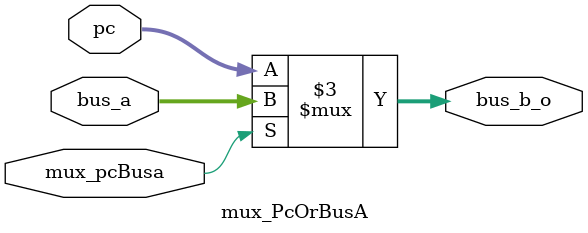
<source format=v>
`timescale 1ns / 1ps


module mux_PcOrBusA(
	input [31:0]	bus_a,
	input [31:0]    pc,
	input			mux_pcBusa,
	
	output reg[31:0]bus_b_o
    );
	always @ (*) begin

	    if(mux_pcBusa)begin       //  Ñ¡ÔñBusAÓëÁ¢¼´ÊýÏà¼Ó
            bus_b_o <= bus_a;
	    end
        else begin                  //  Ñ¡ÔñpcÓëÁ¢¼´ÊýÏà¼Ó
            bus_b_o <= pc;
        end
	end
endmodule

</source>
